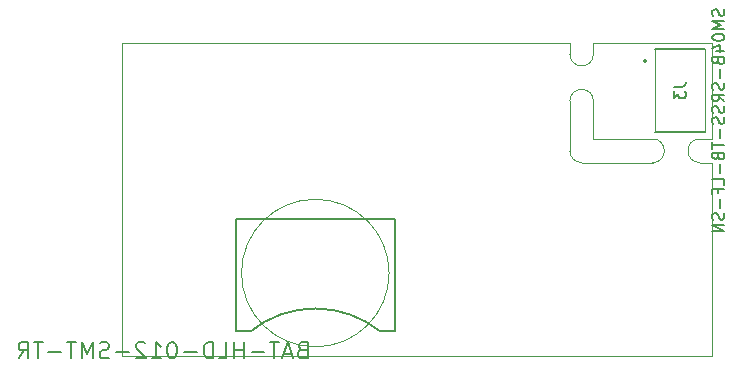
<source format=gbr>
%TF.GenerationSoftware,KiCad,Pcbnew,6.0.10-86aedd382b~118~ubuntu22.04.1*%
%TF.CreationDate,2023-01-11T10:16:45+01:00*%
%TF.ProjectId,nuc-compute-cluster-environment-sensor,6e75632d-636f-46d7-9075-74652d636c75,rev?*%
%TF.SameCoordinates,Original*%
%TF.FileFunction,AssemblyDrawing,Bot*%
%FSLAX46Y46*%
G04 Gerber Fmt 4.6, Leading zero omitted, Abs format (unit mm)*
G04 Created by KiCad (PCBNEW 6.0.10-86aedd382b~118~ubuntu22.04.1) date 2023-01-11 10:16:45 commit a17aeb8*
%MOMM*%
%LPD*%
G01*
G04 APERTURE LIST*
%TA.AperFunction,Profile*%
%ADD10C,0.100000*%
%TD*%
%ADD11C,0.150000*%
%ADD12C,0.127000*%
%ADD13C,0.100000*%
%ADD14C,0.200000*%
%ADD15C,0.050000*%
G04 APERTURE END LIST*
D10*
X50000000Y18350000D02*
X50000000Y26500000D01*
X48950000Y18350000D02*
G75*
G03*
X48950000Y16350000I0J-1000000D01*
G01*
X44950000Y16350000D02*
G75*
G03*
X44950000Y18350000I0J1000000D01*
G01*
X50000000Y16350000D02*
X50000000Y0D01*
X39950000Y26500000D02*
X50000000Y26500000D01*
X0Y26500000D02*
X0Y0D01*
X48950000Y16350000D02*
X50000000Y16350000D01*
X37950000Y26500000D02*
X0Y26500000D01*
X37948194Y17351594D02*
G75*
G03*
X38948209Y16351594I1000006J6D01*
G01*
X39950000Y18350000D02*
X44950000Y18350000D01*
X39950000Y18350000D02*
X39950000Y21550000D01*
X37950000Y25550000D02*
X37950000Y26500000D01*
X37950000Y21550000D02*
X37948209Y17351594D01*
X39950000Y21550000D02*
G75*
G03*
X37950000Y21550000I-1000000J0D01*
G01*
X48950000Y18350000D02*
X50000000Y18350000D01*
X39950000Y25550000D02*
X39950000Y26500000D01*
X37950000Y25550000D02*
G75*
G03*
X39950000Y25550000I1000000J0D01*
G01*
X38948209Y16351594D02*
X44950000Y16350000D01*
X0Y0D02*
X50000000Y0D01*
D11*
%TO.C,J3*%
X50969761Y29338572D02*
X51017380Y29195715D01*
X51017380Y28957620D01*
X50969761Y28862381D01*
X50922142Y28814762D01*
X50826904Y28767143D01*
X50731666Y28767143D01*
X50636428Y28814762D01*
X50588809Y28862381D01*
X50541190Y28957620D01*
X50493571Y29148096D01*
X50445952Y29243334D01*
X50398333Y29290953D01*
X50303095Y29338572D01*
X50207857Y29338572D01*
X50112619Y29290953D01*
X50065000Y29243334D01*
X50017380Y29148096D01*
X50017380Y28910000D01*
X50065000Y28767143D01*
X51017380Y28338572D02*
X50017380Y28338572D01*
X50731666Y28005239D01*
X50017380Y27671905D01*
X51017380Y27671905D01*
X50017380Y27005239D02*
X50017380Y26910000D01*
X50065000Y26814762D01*
X50112619Y26767143D01*
X50207857Y26719524D01*
X50398333Y26671905D01*
X50636428Y26671905D01*
X50826904Y26719524D01*
X50922142Y26767143D01*
X50969761Y26814762D01*
X51017380Y26910000D01*
X51017380Y27005239D01*
X50969761Y27100477D01*
X50922142Y27148096D01*
X50826904Y27195715D01*
X50636428Y27243334D01*
X50398333Y27243334D01*
X50207857Y27195715D01*
X50112619Y27148096D01*
X50065000Y27100477D01*
X50017380Y27005239D01*
X50350714Y25814762D02*
X51017380Y25814762D01*
X49969761Y26052858D02*
X50684047Y26290953D01*
X50684047Y25671905D01*
X50493571Y24957620D02*
X50541190Y24814762D01*
X50588809Y24767143D01*
X50684047Y24719524D01*
X50826904Y24719524D01*
X50922142Y24767143D01*
X50969761Y24814762D01*
X51017380Y24910000D01*
X51017380Y25290953D01*
X50017380Y25290953D01*
X50017380Y24957620D01*
X50065000Y24862381D01*
X50112619Y24814762D01*
X50207857Y24767143D01*
X50303095Y24767143D01*
X50398333Y24814762D01*
X50445952Y24862381D01*
X50493571Y24957620D01*
X50493571Y25290953D01*
X50636428Y24290953D02*
X50636428Y23529048D01*
X50969761Y23100477D02*
X51017380Y22957620D01*
X51017380Y22719524D01*
X50969761Y22624286D01*
X50922142Y22576667D01*
X50826904Y22529048D01*
X50731666Y22529048D01*
X50636428Y22576667D01*
X50588809Y22624286D01*
X50541190Y22719524D01*
X50493571Y22910000D01*
X50445952Y23005239D01*
X50398333Y23052858D01*
X50303095Y23100477D01*
X50207857Y23100477D01*
X50112619Y23052858D01*
X50065000Y23005239D01*
X50017380Y22910000D01*
X50017380Y22671905D01*
X50065000Y22529048D01*
X51017380Y21529048D02*
X50541190Y21862381D01*
X51017380Y22100477D02*
X50017380Y22100477D01*
X50017380Y21719524D01*
X50065000Y21624286D01*
X50112619Y21576667D01*
X50207857Y21529048D01*
X50350714Y21529048D01*
X50445952Y21576667D01*
X50493571Y21624286D01*
X50541190Y21719524D01*
X50541190Y22100477D01*
X50969761Y21148096D02*
X51017380Y21005239D01*
X51017380Y20767143D01*
X50969761Y20671905D01*
X50922142Y20624286D01*
X50826904Y20576667D01*
X50731666Y20576667D01*
X50636428Y20624286D01*
X50588809Y20671905D01*
X50541190Y20767143D01*
X50493571Y20957620D01*
X50445952Y21052858D01*
X50398333Y21100477D01*
X50303095Y21148096D01*
X50207857Y21148096D01*
X50112619Y21100477D01*
X50065000Y21052858D01*
X50017380Y20957620D01*
X50017380Y20719524D01*
X50065000Y20576667D01*
X50969761Y20195715D02*
X51017380Y20052858D01*
X51017380Y19814762D01*
X50969761Y19719524D01*
X50922142Y19671905D01*
X50826904Y19624286D01*
X50731666Y19624286D01*
X50636428Y19671905D01*
X50588809Y19719524D01*
X50541190Y19814762D01*
X50493571Y20005239D01*
X50445952Y20100477D01*
X50398333Y20148096D01*
X50303095Y20195715D01*
X50207857Y20195715D01*
X50112619Y20148096D01*
X50065000Y20100477D01*
X50017380Y20005239D01*
X50017380Y19767143D01*
X50065000Y19624286D01*
X50636428Y19195715D02*
X50636428Y18433810D01*
X50017380Y18100477D02*
X50017380Y17529048D01*
X51017380Y17814762D02*
X50017380Y17814762D01*
X50493571Y16862381D02*
X50541190Y16719524D01*
X50588809Y16671905D01*
X50684047Y16624286D01*
X50826904Y16624286D01*
X50922142Y16671905D01*
X50969761Y16719524D01*
X51017380Y16814762D01*
X51017380Y17195715D01*
X50017380Y17195715D01*
X50017380Y16862381D01*
X50065000Y16767143D01*
X50112619Y16719524D01*
X50207857Y16671905D01*
X50303095Y16671905D01*
X50398333Y16719524D01*
X50445952Y16767143D01*
X50493571Y16862381D01*
X50493571Y17195715D01*
X50636428Y16195715D02*
X50636428Y15433810D01*
X51017380Y14481429D02*
X51017380Y14957620D01*
X50017380Y14957620D01*
X50493571Y13814762D02*
X50493571Y14148096D01*
X51017380Y14148096D02*
X50017380Y14148096D01*
X50017380Y13671905D01*
X50636428Y13290953D02*
X50636428Y12529048D01*
X50969761Y12100477D02*
X51017380Y11957620D01*
X51017380Y11719524D01*
X50969761Y11624286D01*
X50922142Y11576667D01*
X50826904Y11529048D01*
X50731666Y11529048D01*
X50636428Y11576667D01*
X50588809Y11624286D01*
X50541190Y11719524D01*
X50493571Y11910000D01*
X50445952Y12005239D01*
X50398333Y12052858D01*
X50303095Y12100477D01*
X50207857Y12100477D01*
X50112619Y12052858D01*
X50065000Y12005239D01*
X50017380Y11910000D01*
X50017380Y11671905D01*
X50065000Y11529048D01*
X51017380Y11100477D02*
X50017380Y11100477D01*
X51017380Y10529048D01*
X50017380Y10529048D01*
X46752380Y22783334D02*
X47466666Y22783334D01*
X47609523Y22830953D01*
X47704761Y22926191D01*
X47752380Y23069048D01*
X47752380Y23164286D01*
X46752380Y22402381D02*
X46752380Y21783334D01*
X47133333Y22116667D01*
X47133333Y21973810D01*
X47180952Y21878572D01*
X47228571Y21830953D01*
X47323809Y21783334D01*
X47561904Y21783334D01*
X47657142Y21830953D01*
X47704761Y21878572D01*
X47752380Y21973810D01*
X47752380Y22259524D01*
X47704761Y22354762D01*
X47657142Y22402381D01*
%TO.C,BAT1*%
X15275333Y511000D02*
X15075333Y444334D01*
X15008666Y377667D01*
X14942000Y244334D01*
X14942000Y44334D01*
X15008666Y-89000D01*
X15075333Y-155666D01*
X15208666Y-222333D01*
X15742000Y-222333D01*
X15742000Y1177667D01*
X15275333Y1177667D01*
X15142000Y1111000D01*
X15075333Y1044334D01*
X15008666Y911000D01*
X15008666Y777667D01*
X15075333Y644334D01*
X15142000Y577667D01*
X15275333Y511000D01*
X15742000Y511000D01*
X14408666Y177667D02*
X13742000Y177667D01*
X14542000Y-222333D02*
X14075333Y1177667D01*
X13608666Y-222333D01*
X13342000Y1177667D02*
X12542000Y1177667D01*
X12942000Y-222333D02*
X12942000Y1177667D01*
X12075333Y311000D02*
X11008666Y311000D01*
X10342000Y-222333D02*
X10342000Y1177667D01*
X10342000Y511000D02*
X9542000Y511000D01*
X9542000Y-222333D02*
X9542000Y1177667D01*
X8208666Y-222333D02*
X8875333Y-222333D01*
X8875333Y1177667D01*
X7742000Y-222333D02*
X7742000Y1177667D01*
X7408666Y1177667D01*
X7208666Y1111000D01*
X7075333Y977667D01*
X7008666Y844334D01*
X6942000Y577667D01*
X6942000Y377667D01*
X7008666Y111000D01*
X7075333Y-22333D01*
X7208666Y-155666D01*
X7408666Y-222333D01*
X7742000Y-222333D01*
X6342000Y311000D02*
X5275333Y311000D01*
X4342000Y1177667D02*
X4208666Y1177667D01*
X4075333Y1111000D01*
X4008666Y1044334D01*
X3942000Y911000D01*
X3875333Y644334D01*
X3875333Y311000D01*
X3942000Y44334D01*
X4008666Y-89000D01*
X4075333Y-155666D01*
X4208666Y-222333D01*
X4342000Y-222333D01*
X4475333Y-155666D01*
X4542000Y-89000D01*
X4608666Y44334D01*
X4675333Y311000D01*
X4675333Y644334D01*
X4608666Y911000D01*
X4542000Y1044334D01*
X4475333Y1111000D01*
X4342000Y1177667D01*
X2542000Y-222333D02*
X3342000Y-222333D01*
X2942000Y-222333D02*
X2942000Y1177667D01*
X3075333Y977667D01*
X3208666Y844334D01*
X3342000Y777667D01*
X2008666Y1044334D02*
X1942000Y1111000D01*
X1808666Y1177667D01*
X1475333Y1177667D01*
X1342000Y1111000D01*
X1275333Y1044334D01*
X1208666Y911000D01*
X1208666Y777667D01*
X1275333Y577667D01*
X2075333Y-222333D01*
X1208666Y-222333D01*
X608666Y311000D02*
X-458000Y311000D01*
X-1058000Y-155666D02*
X-1258000Y-222333D01*
X-1591334Y-222333D01*
X-1724667Y-155666D01*
X-1791334Y-89000D01*
X-1858000Y44334D01*
X-1858000Y177667D01*
X-1791334Y311000D01*
X-1724667Y377667D01*
X-1591334Y444334D01*
X-1324667Y511000D01*
X-1191334Y577667D01*
X-1124667Y644334D01*
X-1058000Y777667D01*
X-1058000Y911000D01*
X-1124667Y1044334D01*
X-1191334Y1111000D01*
X-1324667Y1177667D01*
X-1658000Y1177667D01*
X-1858000Y1111000D01*
X-2458000Y-222333D02*
X-2458000Y1177667D01*
X-2924667Y177667D01*
X-3391334Y1177667D01*
X-3391334Y-222333D01*
X-3858000Y1177667D02*
X-4658000Y1177667D01*
X-4258000Y-222333D02*
X-4258000Y1177667D01*
X-5124667Y311000D02*
X-6191334Y311000D01*
X-6658000Y1177667D02*
X-7458000Y1177667D01*
X-7058000Y-222333D02*
X-7058000Y1177667D01*
X-8724667Y-222333D02*
X-8258000Y444334D01*
X-7924667Y-222333D02*
X-7924667Y1177667D01*
X-8458000Y1177667D01*
X-8591334Y1111000D01*
X-8658000Y1044334D01*
X-8724667Y911000D01*
X-8724667Y711000D01*
X-8658000Y577667D01*
X-8591334Y511000D01*
X-8458000Y444334D01*
X-7924667Y444334D01*
D12*
%TO.C,J3*%
X49375000Y25950000D02*
X45125000Y25950000D01*
X45125000Y18950000D02*
X49375000Y18950000D01*
D13*
X49375000Y25950000D02*
X49375000Y18950000D01*
X45125000Y18950000D02*
X45125000Y25950000D01*
D14*
X44400000Y24950000D02*
G75*
G03*
X44400000Y24950000I-100000J0D01*
G01*
D12*
%TO.C,BAT1*%
X23150000Y2050000D02*
X23150000Y11550000D01*
X21900000Y2050000D02*
X23150000Y2050000D01*
X23150000Y11550000D02*
X9650000Y11550000D01*
X9650000Y2050000D02*
X10900000Y2050000D01*
X9650000Y11550000D02*
X9650000Y2050000D01*
X16400000Y4000000D02*
G75*
G03*
X10900000Y2050000I-4J-8731400D01*
G01*
X21900000Y2050000D02*
G75*
G03*
X16400000Y4000000I-5499996J-6781400D01*
G01*
D15*
X22650000Y7000000D02*
G75*
G03*
X22650000Y7000000I-6250000J0D01*
G01*
%TD*%
M02*

</source>
